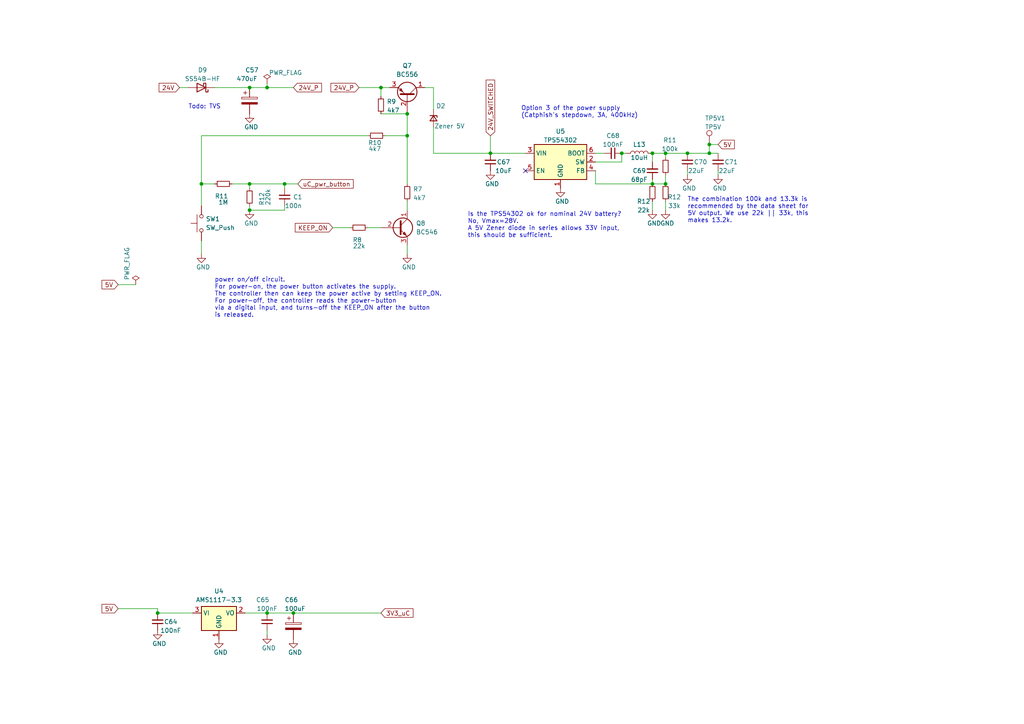
<source format=kicad_sch>
(kicad_sch (version 20231120) (generator "eeschema") (generator_version "8.0")
  (paper "A4")
  (title_block (title "Power Supply"))
  (lib_symbols
    (symbol "C_Small_13" (pin_numbers hide) (pin_names (offset 0.254) hide)
      (property "Reference" "C" (at 0.254 1.778 0))
      (property "Value" "C_Small_13" (at 0.254 -2.032 0))
      (symbol "C_Small_13_0_1"
        (polyline (pts (xy -1.524 -0.508) (xy 1.524 -0.508)) (stroke (width 0.3302)))
        (polyline (pts (xy -1.524 0.508) (xy 1.524 0.508)) (stroke (width 0.3048)))
      )
      (symbol "C_Small_13_1_1"
        (pin passive line (at 0 2.54 270) (length 2.032) (name "~") (number "1"))
        (pin passive line (at 0 -2.54 90) (length 2.032) (name "~") (number "2"))
      )
    )
    (symbol "Connector:TestPoint" (pin_numbers hide) (pin_names (offset 0.762) hide)
      (property "Reference" "TP" (at 0 6.858 0))
      (property "Value" "TestPoint" (at 0 5.08 0))
      (symbol "TestPoint_0_1"
        (circle (center 0 3.302) (radius 0.762))
      )
      (symbol "TestPoint_1_1"
        (pin passive line (at 0 0 90) (length 2.54) (name "1") (number "1"))
      )
    )
    (symbol "Device:C_Polarized" (pin_numbers hide) (pin_names (offset 0.254))
      (property "Reference" "C" (at 0.635 2.54 0))
      (property "Value" "C_Polarized" (at 0.635 -2.54 0))
      (symbol "C_Polarized_0_1"
        (rectangle (start -2.286 0.508) (end 2.286 1.016))
        (polyline (pts (xy -1.778 2.286) (xy -0.762 2.286)))
        (polyline (pts (xy -1.27 2.794) (xy -1.27 1.778)))
        (rectangle (start 2.286 -0.508) (end -2.286 -1.016) (fill (type outline)))
      )
      (symbol "C_Polarized_1_1"
        (pin passive line (at 0 3.81 270) (length 2.794) (name "~") (number "1"))
        (pin passive line (at 0 -3.81 90) (length 2.794) (name "~") (number "2"))
      )
    )
    (symbol "Device:D_Schottky" (pin_numbers hide) (pin_names (offset 1.016) hide)
      (property "Reference" "D" (at 0 2.54 0))
      (property "Value" "D_Schottky" (at 0 -2.54 0))
      (symbol "D_Schottky_0_1"
        (polyline (pts (xy 1.27 0) (xy -1.27 0)))
        (polyline (pts (xy 1.27 1.27) (xy 1.27 -1.27) (xy -1.27 0) (xy 1.27 1.27)) (stroke (width 0.254)))
        (polyline (pts (xy -1.905 0.635) (xy -1.905 1.27) (xy -1.27 1.27) (xy -1.27 -1.27) (xy -0.635 -1.27) (xy -0.635 -0.635)) (stroke (width 0.254)))
      )
      (symbol "D_Schottky_1_1"
        (pin passive line (at -3.81 0 0) (length 2.54) (name "K") (number "1"))
        (pin passive line (at 3.81 0 180) (length 2.54) (name "A") (number "2"))
      )
    )
    (symbol "Device:D_Zener_Small" (pin_numbers hide) (pin_names (offset 0.254) hide)
      (property "Reference" "D" (at 0 2.286 0))
      (property "Value" "D_Zener_Small" (at 0 -2.286 0))
      (symbol "D_Zener_Small_0_1"
        (polyline (pts (xy 0.762 0) (xy -0.762 0)))
        (polyline (pts (xy -0.254 1.016) (xy -0.762 1.016) (xy -0.762 -1.016)) (stroke (width 0.254)))
        (polyline (pts (xy 0.762 1.016) (xy -0.762 0) (xy 0.762 -1.016) (xy 0.762 1.016)) (stroke (width 0.254)))
      )
      (symbol "D_Zener_Small_1_1"
        (pin passive line (at -2.54 0 0) (length 1.778) (name "K") (number "1"))
        (pin passive line (at 2.54 0 180) (length 1.778) (name "A") (number "2"))
      )
    )
    (symbol "Device:L" (pin_numbers hide) (pin_names (offset 1.016) hide)
      (property "Reference" "L" (at -1.27 0 90))
      (property "Value" "L" (at 1.905 0 90))
      (symbol "L_0_1"
        (arc (start 0 -2.54) (mid 0.6323 -1.905) (end 0 -1.27))
        (arc (start 0 -1.27) (mid 0.6323 -0.635) (end 0 0))
        (arc (start 0 0) (mid 0.6323 0.635) (end 0 1.27))
        (arc (start 0 1.27) (mid 0.6323 1.905) (end 0 2.54))
      )
      (symbol "L_1_1"
        (pin passive line (at 0 3.81 270) (length 1.27) (name "1") (number "1"))
        (pin passive line (at 0 -3.81 90) (length 1.27) (name "2") (number "2"))
      )
    )
    (symbol "Device:R_Small" (pin_numbers hide) (pin_names (offset 0.254) hide)
      (property "Reference" "R" (at 0.762 0.508 0))
      (property "Value" "R_Small" (at 0.762 -1.016 0))
      (symbol "R_Small_0_1"
        (rectangle (start -0.762 1.778) (end 0.762 -1.778) (stroke (width 0.2032)))
      )
      (symbol "R_Small_1_1"
        (pin passive line (at 0 2.54 270) (length 0.762) (name "~") (number "1"))
        (pin passive line (at 0 -2.54 90) (length 0.762) (name "~") (number "2"))
      )
    )
    (symbol "Regulator_Linear:AMS1117-3.3"
      (property "Reference" "U" (at -3.81 3.175 0))
      (property "Value" "AMS1117-3.3" (at 0 3.175 0))
      (symbol "AMS1117-3.3_0_1"
        (rectangle (start -5.08 -5.08) (end 5.08 1.905) (stroke (width 0.254)) (fill (type background)))
      )
      (symbol "AMS1117-3.3_1_1"
        (pin power_in line (at 0 -7.62 90) (length 2.54) (name "GND") (number "1"))
        (pin power_out line (at 7.62 0 180) (length 2.54) (name "VO") (number "2"))
        (pin power_in line (at -7.62 0 0) (length 2.54) (name "VI") (number "3"))
      )
    )
    (symbol "Regulator_Switching:TPS54302"
      (property "Reference" "U" (at -7.62 6.35 0))
      (property "Value" "TPS54302" (at 0 6.35 0))
      (symbol "TPS54302_0_1"
        (rectangle (start -7.62 5.08) (end 7.62 -5.08) (stroke (width 0.254)) (fill (type background)))
      )
      (symbol "TPS54302_1_1"
        (pin power_in line (at 0 -7.62 90) (length 2.54) (name "GND") (number "1"))
        (pin power_out line (at 10.16 0 180) (length 2.54) (name "SW") (number "2"))
        (pin power_in line (at -10.16 2.54 0) (length 2.54) (name "VIN") (number "3"))
        (pin input line (at 10.16 -2.54 180) (length 2.54) (name "FB") (number "4"))
        (pin input line (at -10.16 -2.54 0) (length 2.54) (name "EN") (number "5"))
        (pin passive line (at 10.16 2.54 180) (length 2.54) (name "BOOT") (number "6"))
      )
    )
    (symbol "Switch:SW_Push" (pin_numbers hide) (pin_names (offset 1.016) hide)
      (property "Reference" "SW" (at 1.27 2.54 0))
      (property "Value" "SW_Push" (at 0 -1.524 0))
      (symbol "SW_Push_0_1"
        (circle (center -2.032 0) (radius 0.508))
        (polyline (pts (xy 0 1.27) (xy 0 3.048)))
        (polyline (pts (xy 2.54 1.27) (xy -2.54 1.27)))
        (circle (center 2.032 0) (radius 0.508))
        (pin passive line (at -5.08 0 0) (length 2.54) (name "1") (number "1"))
        (pin passive line (at 5.08 0 180) (length 2.54) (name "2") (number "2"))
      )
    )
    (symbol "Transistor_BJT:BC546" (pin_names (offset 0) hide)
      (property "Reference" "Q" (at 5.08 1.905 0))
      (property "Value" "BC546" (at 5.08 0 0))
      (symbol "BC546_0_1"
        (polyline (pts (xy 0 0) (xy 0.635 0)))
        (polyline (pts (xy 0.635 0.635) (xy 2.54 2.54)))
        (polyline (pts (xy 0.635 -0.635) (xy 2.54 -2.54) (xy 2.54 -2.54)))
        (polyline (pts (xy 0.635 1.905) (xy 0.635 -1.905) (xy 0.635 -1.905)) (stroke (width 0.508)))
        (polyline (pts (xy 1.27 -1.778) (xy 1.778 -1.27) (xy 2.286 -2.286) (xy 1.27 -1.778) (xy 1.27 -1.778)) (fill (type outline)))
        (circle (center 1.27 0) (radius 2.8194) (stroke (width 0.254)))
      )
      (symbol "BC546_1_1"
        (pin passive line (at 2.54 5.08 270) (length 2.54) (name "C") (number "1"))
        (pin input line (at -5.08 0 0) (length 5.08) (name "B") (number "2"))
        (pin passive line (at 2.54 -5.08 90) (length 2.54) (name "E") (number "3"))
      )
    )
    (symbol "Transistor_BJT:BC556" (pin_names (offset 0) hide)
      (property "Reference" "Q" (at 5.08 1.905 0))
      (property "Value" "BC556" (at 5.08 0 0))
      (symbol "BC556_0_1"
        (polyline (pts (xy 0.635 0.635) (xy 2.54 2.54)))
        (polyline (pts (xy 0.635 -0.635) (xy 2.54 -2.54) (xy 2.54 -2.54)))
        (polyline (pts (xy 0.635 1.905) (xy 0.635 -1.905) (xy 0.635 -1.905)) (stroke (width 0.508)))
        (polyline (pts (xy 2.286 -1.778) (xy 1.778 -2.286) (xy 1.27 -1.27) (xy 2.286 -1.778) (xy 2.286 -1.778)) (fill (type outline)))
        (circle (center 1.27 0) (radius 2.8194) (stroke (width 0.254)))
      )
      (symbol "BC556_1_1"
        (pin passive line (at 2.54 5.08 270) (length 2.54) (name "C") (number "1"))
        (pin input line (at -5.08 0 0) (length 5.715) (name "B") (number "2"))
        (pin passive line (at 2.54 -5.08 90) (length 2.54) (name "E") (number "3"))
      )
    )
    (symbol "power:GND" (power) (pin_names (offset 0))
      (property "Value" "GND" (at 0 -3.81 0))
      (symbol "GND_0_1"
        (polyline (pts (xy 0 0) (xy 0 -1.27) (xy 1.27 -1.27) (xy 0 -2.54) (xy -1.27 -1.27) (xy 0 -1.27)))
      )
      (symbol "GND_1_1"
        (pin power_in line (at 0 0 270) (length 0) hide (name "GND") (number "1"))
      )
    )
    (symbol "power:PWR_FLAG" (power) (pin_numbers hide) (pin_names (offset 0) hide)
      (property "Value" "PWR_FLAG" (at 0 3.81 0))
      (symbol "PWR_FLAG_0_0"
        (pin power_out line (at 0 0 90) (length 0) (name "pwr") (number "1"))
      )
      (symbol "PWR_FLAG_0_1"
        (polyline (pts (xy 0 0) (xy 0 1.27) (xy -1.016 1.905) (xy 0 2.54) (xy 1.016 1.905) (xy 0 1.27)))
      )
    )
  )
  (junction (at 205.74 41.91))
  (junction (at 77.47 177.8))
  (junction (at 72.39 25.4))
  (junction (at 118.11 33.02))
  (junction (at 85.09 177.8))
  (junction (at 189.23 53.34))
  (junction (at 193.04 53.34))
  (junction (at 72.39 53.34))
  (junction (at 58.42 53.34))
  (junction (at 77.47 25.4))
  (junction (at 199.39 44.45))
  (junction (at 72.39 60.96))
  (junction (at 82.55 53.34))
  (junction (at 189.23 44.45))
  (junction (at 193.04 44.45))
  (junction (at 45.72 177.8))
  (junction (at 118.11 39.37))
  (junction (at 142.24 44.45))
  (junction (at 110.49 25.4))
  (junction (at 205.74 44.45))
  (junction (at 180.34 44.45))
  (no_connect (at 152.4 49.53))
  (wire (pts (xy 189.23 44.45) (xy 189.23 46.99)))
  (wire (pts (xy 189.23 44.45) (xy 193.04 44.45)))
  (wire (pts (xy 189.23 52.07) (xy 189.23 53.34)))
  (wire (pts (xy 125.73 25.4) (xy 125.73 31.75)))
  (wire (pts (xy 58.42 39.37) (xy 106.68 39.37)))
  (wire (pts (xy 110.49 25.4) (xy 113.03 25.4)))
  (wire (pts (xy 205.74 41.91) (xy 205.74 44.45)))
  (wire (pts (xy 77.47 177.8) (xy 85.09 177.8)))
  (wire (pts (xy 110.49 33.02) (xy 118.11 33.02)))
  (wire (pts (xy 208.28 49.53) (xy 208.28 50.8)))
  (wire (pts (xy 58.42 69.85) (xy 58.42 73.66)))
  (wire (pts (xy 193.04 50.8) (xy 193.04 53.34)))
  (wire (pts (xy 118.11 53.34) (xy 118.11 39.37)))
  (wire (pts (xy 111.76 39.37) (xy 118.11 39.37)))
  (wire (pts (xy 85.09 25.4) (xy 77.47 25.4)))
  (wire (pts (xy 34.29 82.55) (xy 39.37 82.55)))
  (wire (pts (xy 104.14 25.4) (xy 110.49 25.4)))
  (wire (pts (xy 58.42 39.37) (xy 58.42 53.34)))
  (wire (pts (xy 82.55 53.34) (xy 72.39 53.34)))
  (wire (pts (xy 193.04 44.45) (xy 193.04 45.72)))
  (wire (pts (xy 82.55 60.96) (xy 72.39 60.96)))
  (wire (pts (xy 67.31 53.34) (xy 72.39 53.34)))
  (wire (pts (xy 82.55 54.61) (xy 82.55 53.34)))
  (wire (pts (xy 45.72 177.8) (xy 55.88 177.8)))
  (wire (pts (xy 77.47 25.4) (xy 77.47 24.13)))
  (wire (pts (xy 52.07 25.4) (xy 54.61 25.4)))
  (wire (pts (xy 71.12 177.8) (xy 77.47 177.8)))
  (wire (pts (xy 189.23 58.42) (xy 189.23 60.96)))
  (wire (pts (xy 172.72 53.34) (xy 189.23 53.34)))
  (wire (pts (xy 72.39 59.69) (xy 72.39 60.96)))
  (wire (pts (xy 82.55 59.69) (xy 82.55 60.96)))
  (wire (pts (xy 118.11 71.12) (xy 118.11 73.66)))
  (wire (pts (xy 82.55 53.34) (xy 86.36 53.34)))
  (wire (pts (xy 189.23 53.34) (xy 193.04 53.34)))
  (wire (pts (xy 110.49 25.4) (xy 110.49 27.94)))
  (wire (pts (xy 72.39 25.4) (xy 77.47 25.4)))
  (wire (pts (xy 205.74 44.45) (xy 199.39 44.45)))
  (wire (pts (xy 58.42 53.34) (xy 62.23 53.34)))
  (wire (pts (xy 180.34 44.45) (xy 181.61 44.45)))
  (wire (pts (xy 172.72 44.45) (xy 175.26 44.45)))
  (wire (pts (xy 180.34 44.45) (xy 180.34 46.99)))
  (wire (pts (xy 193.04 58.42) (xy 193.04 60.96)))
  (wire (pts (xy 193.04 44.45) (xy 199.39 44.45)))
  (wire (pts (xy 96.52 66.04) (xy 101.6 66.04)))
  (wire (pts (xy 62.23 25.4) (xy 72.39 25.4)))
  (wire (pts (xy 199.39 49.53) (xy 199.39 50.8)))
  (wire (pts (xy 205.74 44.45) (xy 208.28 44.45)))
  (wire (pts (xy 205.74 41.91) (xy 208.28 41.91)))
  (wire (pts (xy 72.39 53.34) (xy 72.39 54.61)))
  (wire (pts (xy 106.68 66.04) (xy 110.49 66.04)))
  (wire (pts (xy 118.11 33.02) (xy 118.11 39.37)))
  (wire (pts (xy 142.24 44.45) (xy 125.73 44.45)))
  (wire (pts (xy 172.72 49.53) (xy 172.72 53.34)))
  (wire (pts (xy 180.34 46.99) (xy 172.72 46.99)))
  (wire (pts (xy 125.73 36.83) (xy 125.73 44.45)))
  (wire (pts (xy 118.11 58.42) (xy 118.11 60.96)))
  (wire (pts (xy 142.24 39.37) (xy 142.24 44.45)))
  (wire (pts (xy 142.24 44.45) (xy 152.4 44.45)))
  (wire (pts (xy 77.47 182.88) (xy 77.47 184.15)))
  (wire (pts (xy 34.29 176.53) (xy 45.72 176.53)))
  (wire (pts (xy 45.72 176.53) (xy 45.72 177.8)))
  (wire (pts (xy 85.09 177.8) (xy 110.49 177.8)))
  (wire (pts (xy 58.42 53.34) (xy 58.42 59.69)))
  (wire (pts (xy 123.19 25.4) (xy 125.73 25.4)))
  (text "power on/off circuit.\nFor power-on, the power button activates the supply.\nThe controller then can keep the power active by setting KEEP_ON.\nFor power-off, the controller reads the power-button\nvia a digital input, and turns-off the KEEP_ON after the button\nis released." (at 62.23 92.202 0) (effects (font (size 1.27 1.27)) (justify left bottom)))
  (text "The combination 100k and 13.3k is\nrecommended by the data sheet for\n5V output. We use 22k || 33k, this\nmakes 13.2k." (at 199.39 64.77 0) (effects (font (size 1.27 1.27)) (justify left bottom)))
  (text "Is the TPS54302 ok for nominal 24V battery?\nNo, Vmax=28V.\nA 5V Zener diode in series allows 33V input,\nthis should be sufficient." (at 135.636 69.088 0) (effects (font (size 1.27 1.27)) (justify left bottom)))
  (text "Todo: TVS" (at 54.61 31.75 0) (effects (font (size 1.27 1.27)) (justify left bottom)))
  (text "Option 3 of the power supply\n(Catphish's stepdown, 3A, 400kHz)" (at 151.13 34.29 0) (effects (font (size 1.27 1.27)) (justify left bottom)))
  (global_label "24V" (shape input) (at 52.07 25.4 180) (property "Intersheetrefs" "${INTERSHEET_REFS}" (effects (hide yes))))
  (global_label "5V" (shape input) (at 208.28 41.91 0) (property "Intersheetrefs" "${INTERSHEET_REFS}" (effects (hide yes))))
  (global_label "3V3_uC" (shape input) (at 110.49 177.8 0) (property "Intersheetrefs" "${INTERSHEET_REFS}" (effects (hide yes))))
  (global_label "24V_P" (shape input) (at 104.14 25.4 180) (property "Intersheetrefs" "${INTERSHEET_REFS}" (effects (hide yes))))
  (global_label "uC_pwr_button" (shape input) (at 86.36 53.34 0) (property "Intersheetrefs" "${INTERSHEET_REFS}" (effects (hide yes))))
  (global_label "5V" (shape input) (at 34.29 82.55 180) (property "Intersheetrefs" "${INTERSHEET_REFS}" (effects (hide yes))))
  (global_label "24V_P" (shape input) (at 85.09 25.4 0) (property "Intersheetrefs" "${INTERSHEET_REFS}" (effects (hide yes))))
  (global_label "5V" (shape input) (at 34.29 176.53 180) (property "Intersheetrefs" "${INTERSHEET_REFS}" (effects (hide yes))))
  (global_label "KEEP_ON" (shape input) (at 96.52 66.04 180) (property "Intersheetrefs" "${INTERSHEET_REFS}" (effects (hide yes))))
  (global_label "24V_SWITCHED" (shape input) (at 142.24 39.37 90) (property "Intersheetrefs" "${INTERSHEET_REFS}" (effects (hide yes))))
  (symbol (lib_id "Regulator_Switching:TPS54302") (at 162.56 46.99 0) (unit 1)
    (property "Reference" "U5" (at 162.56 38.1 0))
    (property "Value" "TPS54302" (at 162.56 40.64 0))
    (property "Footprint" "Package_TO_SOT_SMD:SOT-23-6" (effects (hide yes)))
    (property "Datasheet" "http://www.ti.com/lit/ds/symlink/tps54302.pdf" (effects (hide yes)))
    (instances (project "qca7000" (path "" (reference "U5") (unit 1)) (path "" (reference "U4") (unit 1))))
  )
  (symbol (lib_id "power:GND") (at 72.39 60.96 0) (unit 1)
    (property "Reference" "#PWR012" (effects (hide yes)))
    (property "Value" "GND" (at 74.93 64.77 0) (effects (justify right)))
  )
  (symbol (lib_name "C_Small_13") (lib_id "Device:C_Small") (at 142.24 46.99 180) (unit 1)
    (property "Reference" "C67" (at 146.05 46.99 0))
    (property "Value" "10uF" (at 146.05 49.53 0))
    (property "Footprint" "Capacitor_SMD:C_1206_3216Metric_Pad1.33x1.80mm_HandSolder" (effects (hide yes)))
    (property "LCSC" "C14663" (effects (hide yes)))
    (instances (project "qca7000" (path "" (reference "C67") (unit 1)) (path "" (reference "C65") (unit 1))))
  )
  (symbol (lib_id "Device:L") (at 185.42 44.45 90) (unit 1)
    (property "Reference" "L13" (at 185.42 41.91 90))
    (property "Value" "10uH" (at 185.42 45.72 90))
    (property "Footprint" "Inductor_SMD:L_Wuerth_WE-PD-Typ-LS_Handsoldering" (effects (hide yes)))
    (property "Datasheet" "https://datasheet.lcsc.com/lcsc/1810231814_Murata-Electronics-LQM31PN4R7M00L_C162588.pdf" (effects (hide yes)))
    (property "LCSC" "C162588" (effects (hide yes)))
  )
  (symbol (lib_id "Device:R_Small") (at 110.49 30.48 180) (unit 1)
    (property "Reference" "R9" (at 113.538 29.464 0))
    (property "Value" "4k7" (at 114.046 32.004 0))
    (property "Footprint" "Resistor_SMD:R_1206_3216Metric_Pad1.30x1.75mm_HandSolder" (effects (hide yes)))
    (property "Datasheet" "https://datasheet.lcsc.com/lcsc/1811101920_UNI-ROYAL-Uniroyal-Elec-0603WAF3301T5E_C22978.pdf" (effects (hide yes)))
    (property "LCSC" "C22978" (effects (hide yes)))
  )
  (symbol (lib_id "Device:R_Small") (at 193.04 48.26 0) (unit 1)
    (property "Reference" "R11" (at 194.31 40.64 0))
    (property "Value" "100k" (at 194.31 43.18 0))
    (property "Footprint" "Resistor_SMD:R_1206_3216Metric_Pad1.30x1.75mm_HandSolder" (effects (hide yes)))
    (property "LCSC" "C25804" (effects (hide yes)))
    (instances (project "qca7000" (path "" (reference "R11") (unit 1)) (path "" (reference "R23") (unit 1))))
  )
  (symbol (lib_name "C_Small_13") (lib_id "Device:C_Small") (at 189.23 49.53 180) (unit 1)
    (property "Reference" "C69" (at 185.42 49.53 0))
    (property "Value" "68pF" (at 185.42 52.07 0))
    (property "Footprint" "Capacitor_SMD:C_1206_3216Metric_Pad1.33x1.80mm_HandSolder" (effects (hide yes)))
    (property "LCSC" "C14663" (effects (hide yes)))
    (instances (project "qca7000" (path "" (reference "C69") (unit 1)) (path "" (reference "C68") (unit 1))))
  )
  (symbol (lib_id "power:GND") (at 63.5 185.42 0) (unit 1)
    (property "Reference" "#PWR052" (effects (hide yes)))
    (property "Value" "GND" (at 66.04 189.23 0) (effects (justify right)))
    (instances (project "qca7000" (path "" (reference "#PWR052") (unit 1)) (path "" (reference "#PWR072") (unit 1))))
  )
  (symbol (lib_id "power:GND") (at 58.42 73.66 0) (unit 1)
    (property "Reference" "#PWR011" (effects (hide yes)))
    (property "Value" "GND" (at 60.96 77.47 0) (effects (justify right)))
  )
  (symbol (lib_id "power:GND") (at 208.28 50.8 0) (unit 1)
    (property "Reference" "#PWR058" (effects (hide yes)))
    (property "Value" "GND" (at 210.82 54.61 0) (effects (justify right)))
    (instances (project "qca7000" (path "" (reference "#PWR058") (unit 1)) (path "" (reference "#PWR062") (unit 1))))
  )
  (symbol (lib_name "C_Small_13") (lib_id "Device:C_Small") (at 199.39 46.99 180) (unit 1)
    (property "Reference" "C70" (at 203.2 46.99 0))
    (property "Value" "22uF" (at 201.93 49.53 0))
    (property "Footprint" "Capacitor_SMD:C_1206_3216Metric_Pad1.33x1.80mm_HandSolder" (effects (hide yes)))
    (property "LCSC" "C14663" (effects (hide yes)))
    (instances (project "qca7000" (path "" (reference "C70") (unit 1)) (path "" (reference "C66") (unit 1))))
  )
  (symbol (lib_id "Transistor_BJT:BC556") (at 118.11 27.94 270) (mirror x) (unit 1)
    (property "Reference" "Q7" (at 118.11 19.05 90))
    (property "Value" "BC556" (at 118.11 21.59 90))
    (property "Footprint" "Package_TO_SOT_THT:TO-92_Inline" (effects (hide yes)))
    (property "Datasheet" "https://www.onsemi.com/pub/Collateral/BC556BTA-D.pdf" (effects (hide yes)))
    (property "Description" "0.1A Ic, 65V Vce, PNP Small Signal Transistor, TO-92" (effects (hide yes)))
  )
  (symbol (lib_id "Device:R_Small") (at 118.11 55.88 180) (unit 1)
    (property "Reference" "R7" (at 121.158 54.864 0))
    (property "Value" "4k7" (at 121.666 57.404 0))
    (property "Footprint" "Resistor_SMD:R_1206_3216Metric_Pad1.30x1.75mm_HandSolder" (effects (hide yes)))
    (property "Datasheet" "https://datasheet.lcsc.com/lcsc/1811101920_UNI-ROYAL-Uniroyal-Elec-0603WAF3301T5E_C22978.pdf" (effects (hide yes)))
    (property "LCSC" "C22978" (effects (hide yes)))
  )
  (symbol (lib_id "Connector:TestPoint") (at 205.74 41.91 0) (unit 1)
    (property "Reference" "TP5V1" (at 204.47 34.29 0) (effects (justify left)))
    (property "Value" "TP5V" (at 204.47 36.83 0) (effects (justify left)))
    (property "Footprint" "TestPoint:TestPoint_THTPad_D1.0mm_Drill0.5mm" (effects (hide yes)))
  )
  (symbol (lib_id "power:PWR_FLAG") (at 77.47 24.13 0) (unit 1)
    (property "Reference" "#FLG06" (effects (hide yes)))
    (property "Value" "PWR_FLAG" (at 77.978 21.082 0) (effects (justify left)))
    (instances (project "qca7000" (path "" (reference "#FLG06") (unit 1)) (path "" (reference "#FLG09") (unit 1))))
  )
  (symbol (lib_id "power:GND") (at 189.23 60.96 0) (unit 1)
    (property "Reference" "#PWR056" (effects (hide yes)))
    (property "Value" "GND" (at 191.77 64.77 0) (effects (justify right)))
    (instances (project "qca7000" (path "" (reference "#PWR056") (unit 1)) (path "" (reference "#PWR054") (unit 1))))
  )
  (symbol (lib_name "C_Small_13") (lib_id "Device:C_Small") (at 77.47 180.34 180) (unit 1)
    (property "Reference" "C65" (at 76.2 173.99 0))
    (property "Value" "100nF" (at 77.47 176.53 0))
    (property "Footprint" "Capacitor_SMD:C_0805_2012Metric_Pad1.18x1.45mm_HandSolder" (effects (hide yes)))
    (property "LCSC" "C14663" (effects (hide yes)))
    (instances (project "qca7000" (path "" (reference "C65") (unit 1)) (path "" (reference "C74") (unit 1))))
  )
  (symbol (lib_id "power:GND") (at 162.56 54.61 0) (unit 1)
    (property "Reference" "#PWR054" (effects (hide yes)))
    (property "Value" "GND" (at 165.1 58.42 0) (effects (justify right)))
    (instances (project "qca7000" (path "" (reference "#PWR054") (unit 1)) (path "" (reference "#PWR063") (unit 1))))
  )
  (symbol (lib_id "Device:C_Polarized") (at 72.39 29.21 0) (unit 1)
    (property "Reference" "C57" (at 71.12 20.32 0) (effects (justify left)))
    (property "Value" "470uF" (at 68.58 22.86 0) (effects (justify left)))
    (property "Footprint" "Capacitor_SMD:CP_Elec_10x10" (effects (hide yes)))
    (instances (project "qca7000" (path "" (reference "C57") (unit 1)) (path "" (reference "C69") (unit 1))))
  )
  (symbol (lib_id "Device:D_Zener_Small") (at 125.73 34.29 270) (unit 1)
    (property "Reference" "D2" (at 126.492 30.734 90) (effects (justify left)))
    (property "Value" "Zener 5V" (at 125.984 36.576 90) (effects (justify left)))
    (property "Footprint" "Diode_THT:D_DO-201_P15.24mm_Horizontal" (effects (hide yes)))
    (property "Description" "Zener diode, small symbol" (effects (hide yes)))
  )
  (symbol (lib_name "C_Small_13") (lib_id "Device:C_Small") (at 82.55 57.15 180) (unit 1)
    (property "Reference" "C1" (at 86.36 57.15 0))
    (property "Value" "100n" (at 85.09 59.69 0))
    (property "Footprint" "Capacitor_SMD:C_1206_3216Metric_Pad1.33x1.80mm_HandSolder" (effects (hide yes)))
    (property "LCSC" "C14663" (effects (hide yes)))
  )
  (symbol (lib_name "C_Small_13") (lib_id "Device:C_Small") (at 208.28 46.99 180) (unit 1)
    (property "Reference" "C71" (at 212.09 46.99 0))
    (property "Value" "22uF" (at 210.82 49.53 0))
    (property "Footprint" "Capacitor_SMD:C_1206_3216Metric_Pad1.33x1.80mm_HandSolder" (effects (hide yes)))
    (property "LCSC" "C14663" (effects (hide yes)))
    (instances (project "qca7000" (path "" (reference "C71") (unit 1)) (path "" (reference "C67") (unit 1))))
  )
  (symbol (lib_id "power:GND") (at 118.11 73.66 0) (unit 1)
    (property "Reference" "#PWR010" (effects (hide yes)))
    (property "Value" "GND" (at 120.65 77.47 0) (effects (justify right)))
  )
  (symbol (lib_id "Regulator_Linear:AMS1117-3.3") (at 63.5 177.8 0) (unit 1)
    (property "Reference" "U4" (at 63.5 171.45 0))
    (property "Value" "AMS1117-3.3" (at 63.5 173.99 0))
    (property "Footprint" "Package_TO_SOT_SMD:SOT-223-3_TabPin2" (effects (hide yes)))
    (property "Datasheet" "http://www.advanced-monolithic.com/pdf/ds1117.pdf" (effects (hide yes)))
    (instances (project "qca7000" (path "" (reference "U4") (unit 1)) (path "" (reference "U6") (unit 1))))
  )
  (symbol (lib_id "Device:D_Schottky") (at 58.42 25.4 180) (unit 1)
    (property "Reference" "D9" (at 58.7375 20.32 0))
    (property "Value" "SS54B-HF" (at 58.7375 22.86 0))
    (property "Footprint" "Diode_SMD:D_SMB_Handsoldering" (effects (hide yes)))
    (property "Datasheet" "https://www.mouser.de/datasheet/2/80/20190806170503-2505092.pdf" (effects (hide yes)))
    (instances (project "qca7000" (path "" (reference "D9") (unit 1)) (path "" (reference "D13") (unit 1))))
  )
  (symbol (lib_id "power:GND") (at 85.09 185.42 0) (unit 1)
    (property "Reference" "#PWR053" (effects (hide yes)))
    (property "Value" "GND" (at 87.63 189.23 0) (effects (justify right)))
    (instances (project "qca7000" (path "" (reference "#PWR053") (unit 1)) (path "" (reference "#PWR073") (unit 1))))
  )
  (symbol (lib_id "Transistor_BJT:BC546") (at 115.57 66.04 0) (unit 1)
    (property "Reference" "Q8" (at 120.65 64.7699 0) (effects (justify left)))
    (property "Value" "BC546" (at 120.65 67.3099 0) (effects (justify left)))
    (property "Footprint" "Package_TO_SOT_THT:TO-92_Inline" (effects (hide yes)))
    (property "Datasheet" "https://www.onsemi.com/pub/Collateral/BC550-D.pdf" (effects (hide yes)))
    (property "Description" "0.1A Ic, 65V Vce, Small Signal NPN Transistor, TO-92" (effects (hide yes)))
  )
  (symbol (lib_id "Device:R_Small") (at 72.39 57.15 0) (unit 1)
    (property "Reference" "R12" (at 75.946 57.658 90))
    (property "Value" "220k" (at 77.724 57.15 90))
    (property "Footprint" "Resistor_SMD:R_1206_3216Metric_Pad1.30x1.75mm_HandSolder" (effects (hide yes)))
  )
  (symbol (lib_id "Device:R_Small") (at 109.22 39.37 270) (unit 1)
    (property "Reference" "R10" (at 108.712 41.402 90))
    (property "Value" "4k7" (at 108.712 43.18 90))
    (property "Footprint" "Resistor_SMD:R_1206_3216Metric_Pad1.30x1.75mm_HandSolder" (effects (hide yes)))
    (property "Datasheet" "https://datasheet.lcsc.com/lcsc/1811101920_UNI-ROYAL-Uniroyal-Elec-0603WAF3301T5E_C22978.pdf" (effects (hide yes)))
    (property "LCSC" "C22978" (effects (hide yes)))
  )
  (symbol (lib_name "C_Small_13") (lib_id "Device:C_Small") (at 45.72 180.34 180) (unit 1)
    (property "Reference" "C64" (at 49.53 180.34 0))
    (property "Value" "100nF" (at 49.53 182.88 0))
    (property "Footprint" "Capacitor_SMD:C_0805_2012Metric_Pad1.18x1.45mm_HandSolder" (effects (hide yes)))
    (property "LCSC" "C14663" (effects (hide yes)))
    (instances (project "qca7000" (path "" (reference "C64") (unit 1)) (path "" (reference "C73") (unit 1))))
  )
  (symbol (lib_id "power:GND") (at 193.04 60.96 0) (unit 1)
    (property "Reference" "#PWR056" (effects (hide yes)))
    (property "Value" "GND" (at 195.58 64.77 0) (effects (justify right)))
    (instances (project "qca7000" (path "" (reference "#PWR056") (unit 1)) (path "" (reference "#PWR065") (unit 1))))
  )
  (symbol (lib_id "power:PWR_FLAG") (at 39.37 82.55 0) (unit 1)
    (property "Reference" "#FLG01" (effects (hide yes)))
    (property "Value" "PWR_FLAG" (at 36.83 81.28 90) (effects (justify left)))
    (instances (project "qca7000" (path "" (reference "#FLG01") (unit 1)) (path "" (reference "#FLG08") (unit 1))))
  )
  (symbol (lib_id "power:GND") (at 45.72 182.88 0) (unit 1)
    (property "Reference" "#PWR049" (effects (hide yes)))
    (property "Value" "GND" (at 48.26 186.69 0) (effects (justify right)))
    (instances (project "qca7000" (path "" (reference "#PWR049") (unit 1)) (path "" (reference "#PWR070") (unit 1))))
  )
  (symbol (lib_id "Device:R_Small") (at 64.77 53.34 270) (unit 1)
    (property "Reference" "R11" (at 64.262 56.896 90))
    (property "Value" "1M" (at 64.77 58.674 90))
    (property "Footprint" "Resistor_SMD:R_1206_3216Metric_Pad1.30x1.75mm_HandSolder" (effects (hide yes)))
  )
  (symbol (lib_id "Switch:SW_Push") (at 58.42 64.77 90) (unit 1)
    (property "Reference" "SW1" (at 59.69 63.4999 90) (effects (justify right)))
    (property "Value" "SW_Push" (at 59.69 66.0399 90) (effects (justify right)))
    (property "Footprint" "Button_Switch_THT:SW_PUSH_6mm_H5mm" (effects (hide yes)))
    (property "Description" "Push button switch, generic, two pins" (effects (hide yes)))
  )
  (symbol (lib_id "power:GND") (at 199.39 50.8 0) (unit 1)
    (property "Reference" "#PWR057" (effects (hide yes)))
    (property "Value" "GND" (at 201.93 54.61 0) (effects (justify right)))
    (instances (project "qca7000" (path "" (reference "#PWR057") (unit 1)) (path "" (reference "#PWR061") (unit 1))))
  )
  (symbol (lib_id "Device:R_Small") (at 189.23 55.88 180) (unit 1)
    (property "Reference" "R12" (at 186.69 58.42 0))
    (property "Value" "22k" (at 186.69 60.96 0))
    (property "Footprint" "Resistor_SMD:R_1206_3216Metric_Pad1.30x1.75mm_HandSolder" (effects (hide yes)))
    (property "LCSC" "C25804" (effects (hide yes)))
    (instances (project "qca7000" (path "" (reference "R12") (unit 1)) (path "" (reference "R38") (unit 1))))
  )
  (symbol (lib_id "Device:C_Polarized") (at 85.09 181.61 0) (unit 1)
    (property "Reference" "C66" (at 82.55 173.99 0) (effects (justify left)))
    (property "Value" "100uF" (at 82.55 176.53 0) (effects (justify left)))
    (property "Footprint" "Capacitor_SMD:CP_Elec_8x10" (effects (hide yes)))
    (instances (project "qca7000" (path "" (reference "C66") (unit 1)) (path "" (reference "C75") (unit 1))))
  )
  (symbol (lib_name "C_Small_13") (lib_id "Device:C_Small") (at 177.8 44.45 270) (unit 1)
    (property "Reference" "C68" (at 177.8 39.37 90))
    (property "Value" "100nF" (at 177.8 41.91 90))
    (property "Footprint" "Capacitor_SMD:C_1206_3216Metric_Pad1.33x1.80mm_HandSolder" (effects (hide yes)))
    (property "LCSC" "C14663" (effects (hide yes)))
    (instances (project "qca7000" (path "" (reference "C68") (unit 1)) (path "" (reference "C64") (unit 1))))
  )
  (symbol (lib_id "Device:R_Small") (at 104.14 66.04 270) (unit 1)
    (property "Reference" "R8" (at 103.632 69.596 90))
    (property "Value" "22k" (at 104.14 71.374 90))
    (property "Footprint" "Resistor_SMD:R_1206_3216Metric_Pad1.30x1.75mm_HandSolder" (effects (hide yes)))
  )
  (symbol (lib_id "Device:R_Small") (at 193.04 55.88 180) (unit 1)
    (property "Reference" "R12" (at 195.58 57.15 0))
    (property "Value" "33k" (at 195.58 59.69 0))
    (property "Footprint" "Resistor_SMD:R_1206_3216Metric_Pad1.30x1.75mm_HandSolder" (effects (hide yes)))
    (property "LCSC" "C25804" (effects (hide yes)))
    (instances (project "qca7000" (path "" (reference "R12") (unit 1)) (path "" (reference "R24") (unit 1))))
  )
  (symbol (lib_id "power:GND") (at 77.47 184.15 0) (unit 1)
    (property "Reference" "#PWR050" (effects (hide yes)))
    (property "Value" "GND" (at 80.01 187.96 0) (effects (justify right)))
    (instances (project "qca7000" (path "" (reference "#PWR050") (unit 1)) (path "" (reference "#PWR071") (unit 1))))
  )
  (symbol (lib_id "power:GND") (at 72.39 33.02 0) (unit 1)
    (property "Reference" "#PWR040" (effects (hide yes)))
    (property "Value" "GND" (at 74.93 36.83 0) (effects (justify right)))
    (instances (project "qca7000" (path "" (reference "#PWR040") (unit 1)) (path "" (reference "#PWR064") (unit 1))))
  )
  (symbol (lib_id "power:GND") (at 142.24 49.53 0) (unit 1)
    (property "Reference" "#PWR055" (effects (hide yes)))
    (property "Value" "GND" (at 144.78 53.34 0) (effects (justify right)))
    (instances (project "qca7000" (path "" (reference "#PWR055") (unit 1)) (path "" (reference "#PWR060") (unit 1))))
  )
)
</source>
